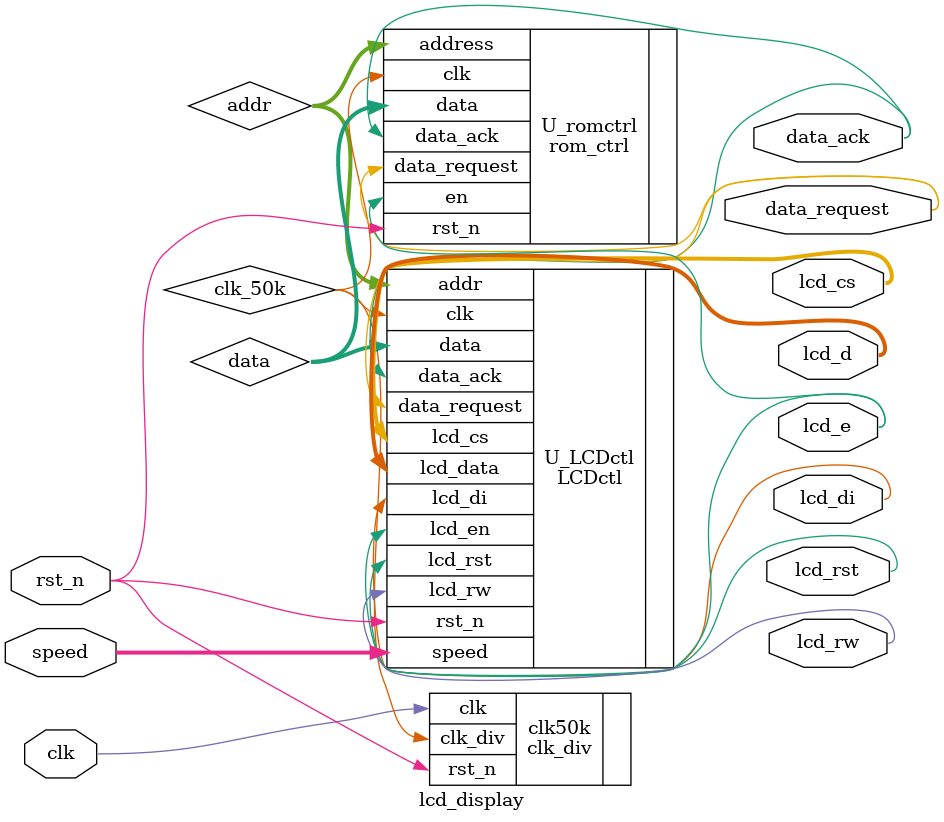
<source format=v>
`timescale 1ns / 1ps
module lcd_display(
  clk, // system clock
  rst_n, // active low reset
  data_request,
  data_ack,
  lcd_rst, // LCD reset
  lcd_cs, // LCD frame selection
  lcd_rw, // LCD read/write control
  lcd_di, // LCD data/instruction
  lcd_d, // LCD data
  lcd_e, // LCD enable
  speed
);
input [1:0]speed;
input clk; // system clock
input rst_n; // active low reset
output lcd_rst; // LCD reset
output [1:0] lcd_cs; // LCD frame selection
output lcd_rw; // LCD read/write control
output lcd_di; // LCD data/instruction
output [7:0] lcd_d; // LCD data
output lcd_e; // LCD enable

wire clk_50k; // Divided 50k clock
//wire data_ack; //data re-arrangement buffer ready indicator
output data_ack; //data re-arrangement buffer ready indicator
wire [7:0] data; // byte data transfer from buffer
wire [5:0] addr; // Address for each picture
//wire data_request; // request for the memory data
output data_request; // request for the memory data

LCDctl U_LCDctl(
  .clk(clk_50k), // LCD controller clock
  .rst_n(rst_n), // active low reset
  .data_ack(data_ack), // data re-arrangement buffer ready indicator
  .data(data), // byte data transfer from buffer
  .lcd_di(lcd_di), // LCD data/instruction 
  .lcd_rw(lcd_rw), // LCD Read/Write
  .lcd_en(lcd_e), // LCD enable
  .lcd_rst(lcd_rst), // LCD reset
  .lcd_cs(lcd_cs), // LCD frame select
  .lcd_data(lcd_d), // LCD data
  .addr(addr), // Address for each picture
  .data_request(data_request), // request for the memory data
  .speed(speed)
);

rom_ctrl U_romctrl(
  .clk(clk_50k), // rom controller clock
  .rst_n(rst_n), // active low reset
  .en(lcd_e), // LCD enable
  .data_request(data_request), // request signal from LCD
  .address(addr), // requested address
  .data_ack(data_ack), // data ready acknowledge
  .data(data) // data to be transferred (byte)
);

clk_div #(
    .half_cycle(400),
    .counter_width(9)
  ) clk50k (
    .rst_n(rst_n),
    .clk(clk),
    .clk_div(clk_50k)
  );

endmodule

</source>
